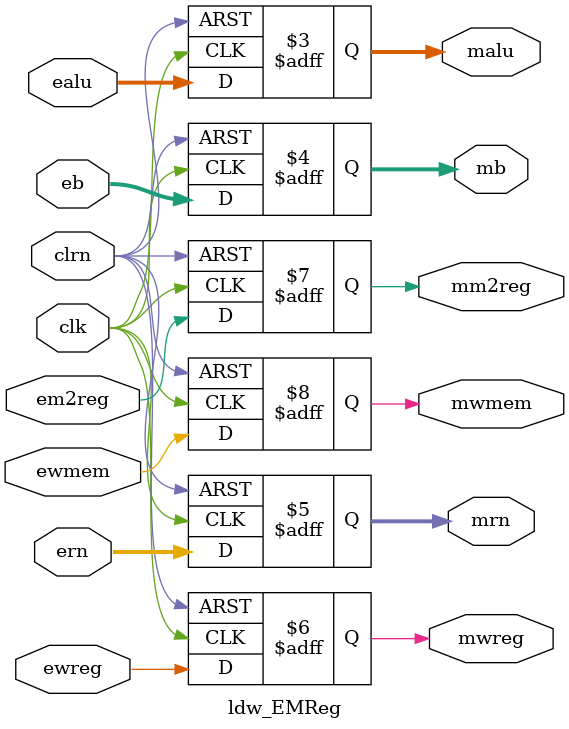
<source format=v>
module ldw_EMReg(ewreg, em2reg, ewmem, ealu, eb, ern, clk, clrn, mwreg, mm2reg, mwmem, malu, mb, mrn);
	input [31:0] ealu, eb;
	input [4:0] ern;
	input ewreg, em2reg, ewmem;
	input clk, clrn;
	output [31:0] malu, mb;
	output [4:0] mrn;
	output mwreg, mm2reg, mwmem;
	reg [31:0] malu, mb;
	reg [4:0] mrn;
	reg mwreg, mm2reg, mwmem;
	
	always@(negedge clrn or posedge clk)
	begin
		if(clrn == 0)
		begin
			mwreg	<= 0;		mm2reg <= 0;
			mwmem	<= 0;		malu <= 0;
			mb <= 0;			mrn <= 0;
		end
		else
		begin
			mwreg	<= ewreg;		mm2reg <= em2reg;
			mwmem	<= ewmem;		malu <= ealu;
			mb <= eb;			mrn <= ern;
		end
	end
	
endmodule 
</source>
